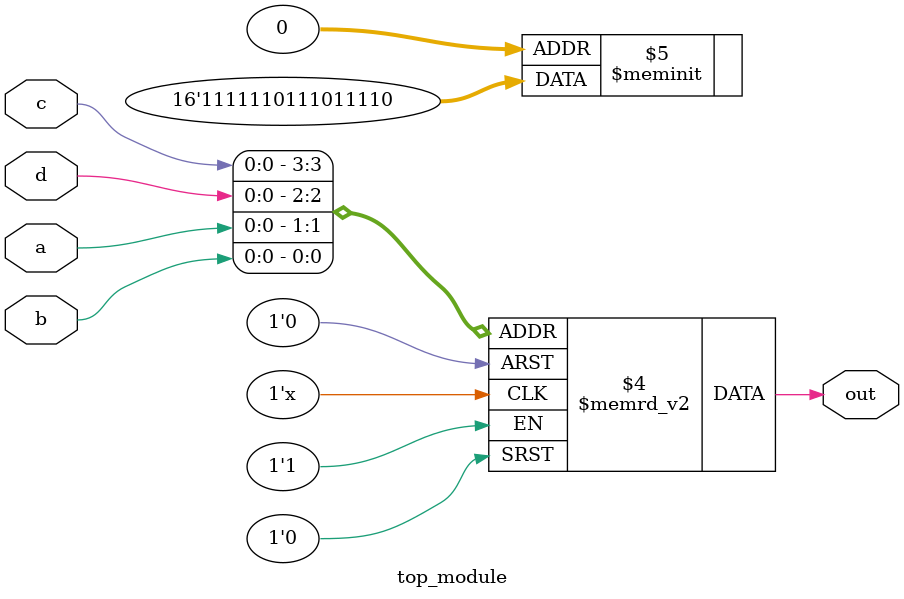
<source format=sv>
module top_module (
    input a,
    input b,
    input c,
    input d,
    output reg out
);

always @(*) begin
    case ({c, d, a, b})
        4'b0001: out = 1'b1;
        4'b0000: out = 1'b0;
        4'b0011: out = 1'b1;
        4'b0010: out = 1'b1;
        4'b0101: out = 1'b0;
        4'b0100: out = 1'b1;
        4'b0111: out = 1'b1;
        4'b0110: out = 1'b1;
        4'b1001: out = 1'b0;
        4'b1000: out = 1'b1;
        4'b1011: out = 1'b1;
        4'b1010: out = 1'b1;
        4'b1101: out = 1'b1;
        4'b1100: out = 1'b1;
        4'b1111: out = 1'b1;
        4'b1110: out = 1'b1;
    endcase
end

endmodule

</source>
